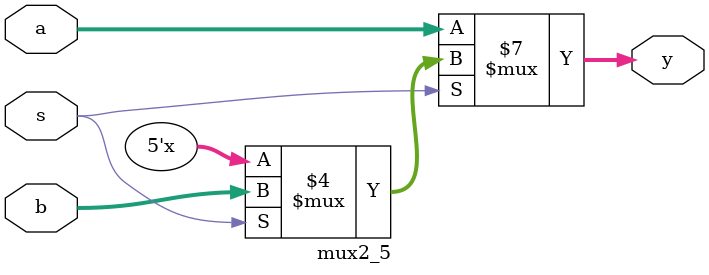
<source format=v>
module mux2_5(a,b,s,y);
//choose data by 's' 
	input[4:0]	a,b;
	input		s;
	output[4:0]	y;
//5-bit binary number
	
	reg[4:0]	y;
//reg-type output
	always@(*)
		if(s == 0)
			y <= a;
		else if(s == 1)
			y <= b;
endmodule

</source>
